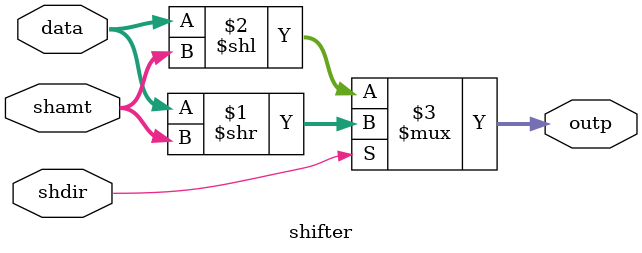
<source format=v>
module shifter(data, shamt, shdir, outp);
//direction
//1 = right
//0 = left
input [8: 0] data;
input [2: 0] shamt;
input shdir;
output [8: 0] outp;

assign outp = (shdir)? (data >> shamt) : (data << shamt);

endmodule


</source>
